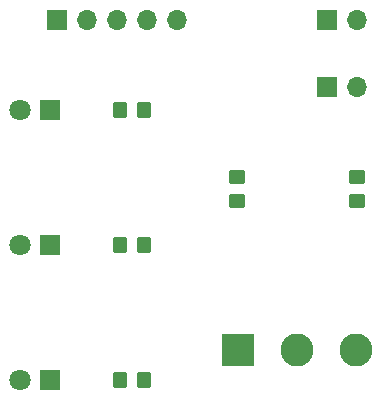
<source format=gbr>
%TF.GenerationSoftware,KiCad,Pcbnew,(6.0.9)*%
%TF.CreationDate,2023-08-13T20:03:35-07:00*%
%TF.ProjectId,LED_and_Switch_board,4c45445f-616e-4645-9f53-77697463685f,rev?*%
%TF.SameCoordinates,Original*%
%TF.FileFunction,Soldermask,Top*%
%TF.FilePolarity,Negative*%
%FSLAX46Y46*%
G04 Gerber Fmt 4.6, Leading zero omitted, Abs format (unit mm)*
G04 Created by KiCad (PCBNEW (6.0.9)) date 2023-08-13 20:03:35*
%MOMM*%
%LPD*%
G01*
G04 APERTURE LIST*
G04 Aperture macros list*
%AMRoundRect*
0 Rectangle with rounded corners*
0 $1 Rounding radius*
0 $2 $3 $4 $5 $6 $7 $8 $9 X,Y pos of 4 corners*
0 Add a 4 corners polygon primitive as box body*
4,1,4,$2,$3,$4,$5,$6,$7,$8,$9,$2,$3,0*
0 Add four circle primitives for the rounded corners*
1,1,$1+$1,$2,$3*
1,1,$1+$1,$4,$5*
1,1,$1+$1,$6,$7*
1,1,$1+$1,$8,$9*
0 Add four rect primitives between the rounded corners*
20,1,$1+$1,$2,$3,$4,$5,0*
20,1,$1+$1,$4,$5,$6,$7,0*
20,1,$1+$1,$6,$7,$8,$9,0*
20,1,$1+$1,$8,$9,$2,$3,0*%
G04 Aperture macros list end*
%ADD10R,1.700000X1.700000*%
%ADD11O,1.700000X1.700000*%
%ADD12R,2.800000X2.800000*%
%ADD13C,2.800000*%
%ADD14RoundRect,0.250000X-0.450000X0.350000X-0.450000X-0.350000X0.450000X-0.350000X0.450000X0.350000X0*%
%ADD15RoundRect,0.250000X-0.350000X-0.450000X0.350000X-0.450000X0.350000X0.450000X-0.350000X0.450000X0*%
%ADD16C,1.800000*%
%ADD17R,1.800000X1.800000*%
G04 APERTURE END LIST*
D10*
%TO.C,J4*%
X155575000Y-92075000D03*
D11*
X158115000Y-92075000D03*
%TD*%
D12*
%TO.C,J1*%
X148035000Y-114280000D03*
D13*
X153035000Y-114280000D03*
X158035000Y-114280000D03*
%TD*%
D10*
%TO.C,J3*%
X155575000Y-86360000D03*
D11*
X158115000Y-86360000D03*
%TD*%
%TO.C,J2*%
X142880000Y-86360000D03*
X140340000Y-86360000D03*
X137800000Y-86360000D03*
X135260000Y-86360000D03*
D10*
X132720000Y-86360000D03*
%TD*%
D14*
%TO.C,R5*%
X158115000Y-101695000D03*
X158115000Y-99695000D03*
%TD*%
%TO.C,R4*%
X147955000Y-99695000D03*
X147955000Y-101695000D03*
%TD*%
D15*
%TO.C,R3*%
X138065000Y-116840000D03*
X140065000Y-116840000D03*
%TD*%
%TO.C,R2*%
X138065000Y-105410000D03*
X140065000Y-105410000D03*
%TD*%
%TO.C,R1*%
X138065000Y-93980000D03*
X140065000Y-93980000D03*
%TD*%
D16*
%TO.C,D3*%
X129545000Y-116840000D03*
D17*
X132085000Y-116840000D03*
%TD*%
%TO.C,D2*%
X132080000Y-105410000D03*
D16*
X129540000Y-105410000D03*
%TD*%
D17*
%TO.C,D1*%
X132085000Y-93980000D03*
D16*
X129545000Y-93980000D03*
%TD*%
M02*

</source>
